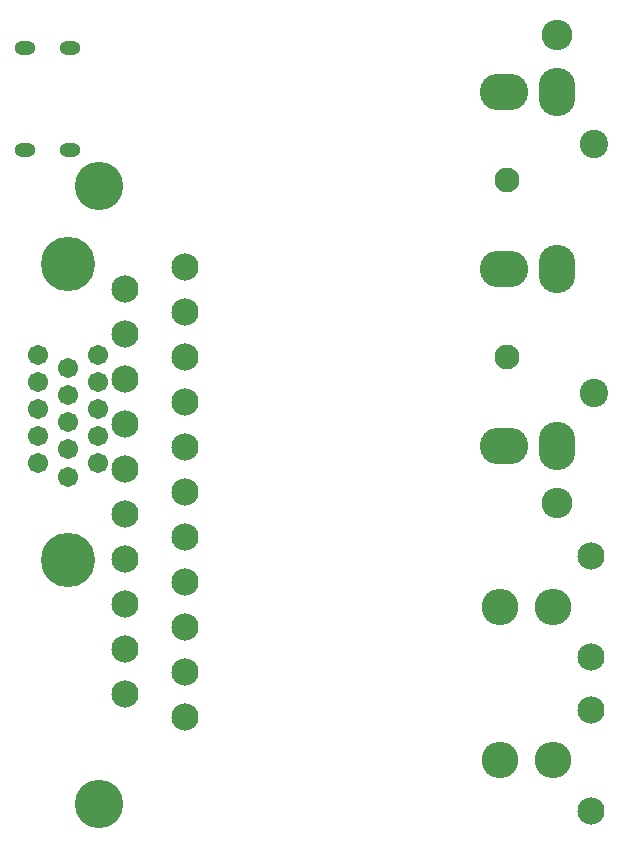
<source format=gbr>
%TF.GenerationSoftware,KiCad,Pcbnew,(6.0.5)*%
%TF.CreationDate,2022-09-09T13:36:58+12:00*%
%TF.ProjectId,RGB-to-component,5247422d-746f-42d6-936f-6d706f6e656e,rev?*%
%TF.SameCoordinates,Original*%
%TF.FileFunction,Soldermask,Bot*%
%TF.FilePolarity,Negative*%
%FSLAX46Y46*%
G04 Gerber Fmt 4.6, Leading zero omitted, Abs format (unit mm)*
G04 Created by KiCad (PCBNEW (6.0.5)) date 2022-09-09 13:36:58*
%MOMM*%
%LPD*%
G01*
G04 APERTURE LIST*
%ADD10C,4.102000*%
%ADD11C,2.302000*%
%ADD12C,2.102000*%
%ADD13C,2.402000*%
%ADD14O,2.602000X2.602000*%
%ADD15O,4.102000X3.102000*%
%ADD16O,3.102000X4.102000*%
%ADD17O,1.802000X1.202000*%
%ADD18C,1.702000*%
%ADD19C,4.602000*%
%ADD20O,3.102000X3.102000*%
G04 APERTURE END LIST*
D10*
X27100000Y-107270000D03*
X27100000Y-55000000D03*
D11*
X34380000Y-99905000D03*
X29300000Y-98000000D03*
X34380000Y-96095000D03*
X29300000Y-94190000D03*
X34380000Y-92285000D03*
X29300000Y-90380000D03*
X34380000Y-88475000D03*
X29300000Y-86570000D03*
X34380000Y-84665000D03*
X29300000Y-82760000D03*
X34380000Y-80855000D03*
X29300000Y-78950000D03*
X34380000Y-77045000D03*
X29300000Y-75140000D03*
X34380000Y-73235000D03*
X29300000Y-71330000D03*
X34380000Y-69425000D03*
X29300000Y-67520000D03*
X34380000Y-65615000D03*
X29300000Y-63710000D03*
X34380000Y-61805000D03*
D12*
X61700000Y-54500000D03*
X61700000Y-69500000D03*
D13*
X69044520Y-51466620D03*
D14*
X65900000Y-42200000D03*
D13*
X69044520Y-72533380D03*
D14*
X65900000Y-81800000D03*
D15*
X61400000Y-62000000D03*
X61400000Y-47000000D03*
X61400000Y-77000000D03*
D16*
X65900000Y-47000000D03*
X65900000Y-62000000D03*
X65900000Y-77000000D03*
D17*
X24700000Y-43280000D03*
X20900000Y-43280000D03*
X24700000Y-51920000D03*
X20900000Y-51920000D03*
D18*
X27040000Y-78440000D03*
X27040000Y-76150000D03*
X27040000Y-73860000D03*
X27040000Y-71570000D03*
X27040000Y-69280000D03*
X24500000Y-79580000D03*
X24500000Y-77290000D03*
X24500000Y-75000000D03*
X24500000Y-72710000D03*
D19*
X24500000Y-61620000D03*
D18*
X24500000Y-70420000D03*
D19*
X24500000Y-86620000D03*
D18*
X21960000Y-78440000D03*
X21960000Y-76150000D03*
X21960000Y-73860000D03*
X21960000Y-71570000D03*
X21960000Y-69280000D03*
D11*
X68750000Y-86350000D03*
X68750000Y-94850000D03*
D20*
X61100000Y-90600000D03*
X65600000Y-90600000D03*
D11*
X68750000Y-99370000D03*
X68750000Y-107870000D03*
D20*
X61100000Y-103620000D03*
X65600000Y-103620000D03*
M02*

</source>
